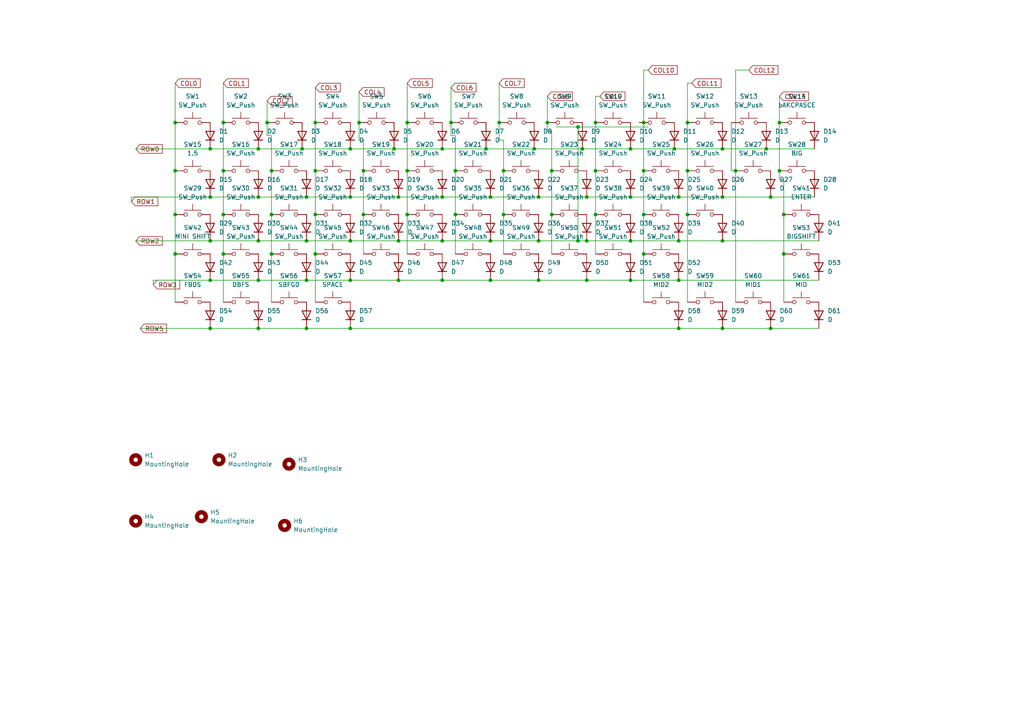
<source format=kicad_sch>
(kicad_sch (version 20250114) (generator "eeschema") (generator_version "9.0")
  (paper "A4")
  (lib_symbols
    (symbol "Device:D" (pin_numbers (hide yes)) (pin_names (offset 1.016) (hide yes))
      (property "Reference" "D" (at 0 2.54 0))
      (property "Value" "D" (at 0 -2.54 0))
      (symbol "D_1_1"
        (pin passive line (at -3.81 0 0) (length 2.54) (name "K") (number "1"))
        (pin passive line (at 3.81 0 180) (length 2.54) (name "A") (number "2"))
      )
    )
    (symbol "MCU_Module:RaspberryPi_Pico" (pin_names (offset 0.762))
      (property "Reference" "A" (at -19.05 35.56 0))
      (property "Value" "RaspberryPi_Pico" (at 7.62 35.56 0))
      (symbol "RaspberryPi_Pico_1_1"
        (pin passive line (at -22.86 22.86 0) (length 3.81) (name "RUN") (number "30"))
        (pin passive line (at -22.86 20.32 0) (length 3.81) (name "3V3_EN") (number "37"))
        (pin bidirectional line (at -22.86 15.24 0) (length 3.81) (name "GPIO0") (number "1"))
        (pin bidirectional line (at -22.86 12.7 0) (length 3.81) (name "GPIO1") (number "2"))
        (pin bidirectional line (at -22.86 10.16 0) (length 3.81) (name "GPIO2") (number "4"))
        (pin bidirectional line (at -22.86 7.62 0) (length 3.81) (name "GPIO3") (number "5"))
        (pin bidirectional line (at -22.86 5.08 0) (length 3.81) (name "GPIO4") (number "6"))
        (pin bidirectional line (at -22.86 2.54 0) (length 3.81) (name "GPIO5") (number "7"))
        (pin bidirectional line (at -22.86 0 0) (length 3.81) (name "GPIO6") (number "9"))
        (pin bidirectional line (at -22.86 -2.54 0) (length 3.81) (name "GPIO7") (number "10"))
        (pin bidirectional line (at -22.86 -5.08 0) (length 3.81) (name "GPIO8") (number "11"))
        (pin bidirectional line (at -22.86 -7.62 0) (length 3.81) (name "GPIO9") (number "12"))
        (pin bidirectional line (at -22.86 -10.16 0) (length 3.81) (name "GPIO10") (number "14"))
        (pin bidirectional line (at -22.86 -12.7 0) (length 3.81) (name "GPIO11") (number "15"))
        (pin bidirectional line (at -22.86 -15.24 0) (length 3.81) (name "GPIO12") (number "16"))
        (pin bidirectional line (at -22.86 -17.78 0) (length 3.81) (name "GPIO13") (number "17"))
        (pin bidirectional line (at -22.86 -20.32 0) (length 3.81) (name "GPIO14") (number "19"))
        (pin bidirectional line (at -22.86 -22.86 0) (length 3.81) (name "GPIO15") (number "20"))
        (pin power_in line (at -5.08 38.1 270) (length 3.81) (name "VSYS") (number "39"))
        (pin power_out line (at 0 38.1 270) (length 3.81) (name "VBUS") (number "40"))
        (pin passive line (at 0 -35.56 90) (length 3.81) (hide yes) (name "GND") (number "13"))
        (pin passive line (at 0 -35.56 90) (length 3.81) (hide yes) (name "GND") (number "18"))
        (pin passive line (at 0 -35.56 90) (length 3.81) (hide yes) (name "GND") (number "23"))
        (pin passive line (at 0 -35.56 90) (length 3.81) (hide yes) (name "GND") (number "28"))
        (pin power_out line (at 0 -35.56 90) (length 3.81) (name "GND") (number "3"))
        (pin passive line (at 0 -35.56 90) (length 3.81) (hide yes) (name "GND") (number "38"))
        (pin passive line (at 0 -35.56 90) (length 3.81) (hide yes) (name "GND") (number "8"))
        (pin power_out line (at 5.08 38.1 270) (length 3.81) (name "3V3") (number "36"))
        (pin bidirectional line (at 22.86 12.7 180) (length 3.81) (name "GPIO16") (number "21"))
        (pin bidirectional line (at 22.86 10.16 180) (length 3.81) (name "GPIO17") (number "22"))
        (pin bidirectional line (at 22.86 7.62 180) (length 3.81) (name "GPIO18") (number "24"))
        (pin bidirectional line (at 22.86 5.08 180) (length 3.81) (name "GPIO19") (number "25"))
        (pin bidirectional line (at 22.86 2.54 180) (length 3.81) (name "GPIO20") (number "26"))
        (pin bidirectional line (at 22.86 0 180) (length 3.81) (name "GPIO21") (number "27"))
        (pin bidirectional line (at 22.86 -2.54 180) (length 3.81) (name "GPIO22") (number "29"))
        (pin power_in line (at 22.86 -7.62 180) (length 3.81) (name "ADC_VREF") (number "35"))
        (pin bidirectional line (at 22.86 -12.7 180) (length 3.81) (name "GPIO26_ADC0") (number "31"))
        (pin bidirectional line (at 22.86 -15.24 180) (length 3.81) (name "GPIO27_ADC1") (number "32"))
        (pin bidirectional line (at 22.86 -17.78 180) (length 3.81) (name "GPIO28_ADC2") (number "34"))
        (pin power_out line (at 22.86 -22.86 180) (length 3.81) (name "AGND") (number "33"))
      )
    )
    (symbol "Mechanical:MountingHole" (pin_names (offset 1.016)) (in_bom no)
      (property "Reference" "H" (at 0 5.08 0))
      (property "Value" "MountingHole" (at 0 3.175 0))
    )
    (symbol "Switch:SW_Push" (pin_numbers (hide yes)) (pin_names (offset 1.016) (hide yes))
      (property "Reference" "SW" (at 1.27 2.54 0))
      (property "Value" "SW_Push" (at 0 -1.524 0))
      (symbol "SW_Push_0_1"
        (pin passive line (at -5.08 0 0) (length 2.54) (name "1") (number "1"))
        (pin passive line (at 5.08 0 180) (length 2.54) (name "2") (number "2"))
      )
    )
  )
  (junction (at 186.69 73.66))
  (junction (at 132.08 62.23))
  (junction (at 182.88 69.85))
  (junction (at 88.9 69.85))
  (junction (at 91.44 73.66))
  (junction (at 104.14 35.56))
  (junction (at 128.27 57.15))
  (junction (at 172.72 62.23))
  (junction (at 118.11 62.23))
  (junction (at 78.74 73.66))
  (junction (at 88.9 81.28))
  (junction (at 78.74 49.53))
  (junction (at 60.96 57.15))
  (junction (at 199.39 49.53))
  (junction (at 226.06 35.56))
  (junction (at 167.64 36.83))
  (junction (at 182.88 81.28))
  (junction (at 78.74 62.23))
  (junction (at 114.3 43.18))
  (junction (at 182.88 57.15))
  (junction (at 50.8 73.66))
  (junction (at 115.57 81.28))
  (junction (at 209.55 69.85))
  (junction (at 87.63 43.18))
  (junction (at 128.27 69.85))
  (junction (at 209.55 95.25))
  (junction (at 60.96 43.18))
  (junction (at 167.64 69.85))
  (junction (at 50.8 62.23))
  (junction (at 182.88 43.18))
  (junction (at 101.6 81.28))
  (junction (at 186.69 35.56))
  (junction (at 222.25 43.18))
  (junction (at 156.21 81.28))
  (junction (at 74.93 69.85))
  (junction (at 105.41 62.23))
  (junction (at 186.69 49.53))
  (junction (at 209.55 43.18))
  (junction (at 144.78 35.56))
  (junction (at 50.8 49.53))
  (junction (at 64.77 49.53))
  (junction (at 172.72 49.53))
  (junction (at 199.39 62.23))
  (junction (at 101.6 69.85))
  (junction (at 160.02 62.23))
  (junction (at 64.77 73.66))
  (junction (at 128.27 81.28))
  (junction (at 74.93 43.18))
  (junction (at 146.05 49.53))
  (junction (at 170.18 81.28))
  (junction (at 223.52 95.25))
  (junction (at 91.44 49.53))
  (junction (at 168.91 43.18))
  (junction (at 154.94 43.18))
  (junction (at 140.97 43.18))
  (junction (at 60.96 69.85))
  (junction (at 142.24 57.15))
  (junction (at 91.44 35.56))
  (junction (at 118.11 35.56))
  (junction (at 130.81 35.56))
  (junction (at 158.75 35.56))
  (junction (at 74.93 81.28))
  (junction (at 196.85 95.25))
  (junction (at 91.44 62.23))
  (junction (at 160.02 49.53))
  (junction (at 101.6 95.25))
  (junction (at 74.93 57.15))
  (junction (at 50.8 35.56))
  (junction (at 64.77 35.56))
  (junction (at 170.18 69.85))
  (junction (at 196.85 81.28))
  (junction (at 88.9 95.25))
  (junction (at 226.06 49.53))
  (junction (at 115.57 57.15))
  (junction (at 223.52 57.15))
  (junction (at 142.24 69.85))
  (junction (at 156.21 69.85))
  (junction (at 199.39 35.56))
  (junction (at 115.57 69.85))
  (junction (at 209.55 57.15))
  (junction (at 170.18 57.15))
  (junction (at 196.85 57.15))
  (junction (at 101.6 43.18))
  (junction (at 142.24 81.28))
  (junction (at 60.96 81.28))
  (junction (at 77.47 35.56))
  (junction (at 88.9 57.15))
  (junction (at 74.93 95.25))
  (junction (at 227.33 73.66))
  (junction (at 156.21 57.15))
  (junction (at 128.27 43.18))
  (junction (at 186.69 62.23))
  (junction (at 118.11 49.53))
  (junction (at 64.77 62.23))
  (junction (at 213.36 49.53))
  (junction (at 132.08 49.53))
  (junction (at 101.6 57.15))
  (junction (at 146.05 62.23))
  (junction (at 196.85 69.85))
  (junction (at 60.96 95.25))
  (junction (at 195.58 43.18))
  (junction (at 105.41 49.53))
  (junction (at 227.33 62.23))
  (junction (at 172.72 35.56))
  (wire (pts (xy 168.91 43.18) (xy 182.88 43.18)))
  (wire (pts (xy 115.57 81.28) (xy 101.6 81.28)))
  (wire (pts (xy 172.72 27.94) (xy 173.99 27.94)))
  (wire (pts (xy 140.97 43.18) (xy 154.94 43.18)))
  (wire (pts (xy 213.36 87.63) (xy 213.36 49.53)))
  (wire (pts (xy 222.25 43.18) (xy 236.22 43.18)))
  (wire (pts (xy 118.11 62.23) (xy 118.11 73.66)))
  (wire (pts (xy 60.96 43.18) (xy 74.93 43.18)))
  (wire (pts (xy 78.74 62.23) (xy 78.74 73.66)))
  (wire (pts (xy 227.33 87.63) (xy 227.33 73.66)))
  (wire (pts (xy 50.8 62.23) (xy 50.8 73.66)))
  (wire (pts (xy 146.05 62.23) (xy 146.05 49.53)))
  (wire (pts (xy 74.93 43.18) (xy 87.63 43.18)))
  (wire (pts (xy 156.21 81.28) (xy 142.24 81.28)))
  (wire (pts (xy 182.88 57.15) (xy 196.85 57.15)))
  (wire (pts (xy 118.11 24.13) (xy 118.11 35.56)))
  (wire (pts (xy 186.69 49.53) (xy 186.69 35.56)))
  (wire (pts (xy 209.55 57.15) (xy 223.52 57.15)))
  (wire (pts (xy 167.64 69.85) (xy 170.18 69.85)))
  (wire (pts (xy 74.93 69.85) (xy 88.9 69.85)))
  (wire (pts (xy 213.36 20.32) (xy 217.17 20.32)))
  (wire (pts (xy 101.6 81.28) (xy 88.9 81.28)))
  (wire (pts (xy 167.64 36.83) (xy 167.64 69.85)))
  (wire (pts (xy 142.24 57.15) (xy 156.21 57.15)))
  (wire (pts (xy 186.69 87.63) (xy 186.69 73.66)))
  (wire (pts (xy 128.27 57.15) (xy 142.24 57.15)))
  (wire (pts (xy 77.47 29.21) (xy 77.47 35.56)))
  (wire (pts (xy 88.9 57.15) (xy 101.6 57.15)))
  (wire (pts (xy 77.47 35.56) (xy 77.47 39.37)))
  (wire (pts (xy 223.52 95.25) (xy 237.49 95.25)))
  (wire (pts (xy 50.8 49.53) (xy 50.8 62.23)))
  (wire (pts (xy 172.72 62.23) (xy 172.72 49.53)))
  (wire (pts (xy 88.9 81.28) (xy 74.93 81.28)))
  (wire (pts (xy 105.41 40.64) (xy 104.14 40.64)))
  (wire (pts (xy 158.75 27.94) (xy 158.75 35.56)))
  (wire (pts (xy 101.6 43.18) (xy 114.3 43.18)))
  (wire (pts (xy 199.39 49.53) (xy 199.39 35.56)))
  (wire (pts (xy 144.78 24.13) (xy 144.78 35.56)))
  (wire (pts (xy 91.44 73.66) (xy 91.44 87.63)))
  (wire (pts (xy 213.36 20.32) (xy 213.36 49.53)))
  (wire (pts (xy 78.74 49.53) (xy 78.74 62.23)))
  (wire (pts (xy 227.33 73.66) (xy 227.33 62.23)))
  (wire (pts (xy 172.72 73.66) (xy 172.72 62.23)))
  (wire (pts (xy 199.39 62.23) (xy 199.39 49.53)))
  (wire (pts (xy 88.9 95.25) (xy 101.6 95.25)))
  (wire (pts (xy 64.77 24.13) (xy 64.77 35.56)))
  (wire (pts (xy 182.88 81.28) (xy 170.18 81.28)))
  (wire (pts (xy 196.85 57.15) (xy 209.55 57.15)))
  (wire (pts (xy 154.94 43.18) (xy 168.91 43.18)))
  (wire (pts (xy 199.39 87.63) (xy 199.39 62.23)))
  (wire (pts (xy 101.6 57.15) (xy 115.57 57.15)))
  (wire (pts (xy 144.78 35.56) (xy 144.78 40.64)))
  (wire (pts (xy 227.33 62.23) (xy 227.33 52.07)))
  (wire (pts (xy 186.69 20.32) (xy 187.96 20.32)))
  (wire (pts (xy 50.8 35.56) (xy 50.8 49.53)))
  (wire (pts (xy 226.06 27.94) (xy 226.06 35.56)))
  (wire (pts (xy 64.77 62.23) (xy 64.77 73.66)))
  (wire (pts (xy 132.08 62.23) (xy 132.08 49.53)))
  (wire (pts (xy 186.69 35.56) (xy 186.69 20.32)))
  (wire (pts (xy 132.08 49.53) (xy 132.08 39.37)))
  (wire (pts (xy 170.18 57.15) (xy 182.88 57.15)))
  (wire (pts (xy 74.93 95.25) (xy 88.9 95.25)))
  (wire (pts (xy 38.1 57.15) (xy 38.1 58.42)))
  (wire (pts (xy 104.14 35.56) (xy 104.14 40.64)))
  (wire (pts (xy 172.72 35.56) (xy 172.72 27.94)))
  (wire (pts (xy 130.81 35.56) (xy 130.81 39.37)))
  (wire (pts (xy 39.37 69.85) (xy 60.96 69.85)))
  (wire (pts (xy 142.24 81.28) (xy 128.27 81.28)))
  (wire (pts (xy 115.57 69.85) (xy 128.27 69.85)))
  (wire (pts (xy 172.72 49.53) (xy 172.72 35.56)))
  (wire (pts (xy 185.42 35.56) (xy 186.69 35.56)))
  (wire (pts (xy 199.39 24.13) (xy 200.66 24.13)))
  (wire (pts (xy 160.02 38.1) (xy 158.75 38.1)))
  (wire (pts (xy 64.77 73.66) (xy 64.77 87.63)))
  (wire (pts (xy 160.02 62.23) (xy 160.02 49.53)))
  (wire (pts (xy 158.75 35.56) (xy 158.75 38.1)))
  (wire (pts (xy 50.8 24.13) (xy 50.8 35.56)))
  (wire (pts (xy 186.69 62.23) (xy 186.69 49.53)))
  (wire (pts (xy 91.44 25.4) (xy 91.44 35.56)))
  (wire (pts (xy 212.09 49.53) (xy 213.36 49.53)))
  (wire (pts (xy 170.18 69.85) (xy 182.88 69.85)))
  (wire (pts (xy 101.6 95.25) (xy 196.85 95.25)))
  (wire (pts (xy 91.44 35.56) (xy 91.44 49.53)))
  (wire (pts (xy 91.44 49.53) (xy 91.44 62.23)))
  (wire (pts (xy 60.96 95.25) (xy 74.93 95.25)))
  (wire (pts (xy 199.39 35.56) (xy 199.39 24.13)))
  (wire (pts (xy 104.14 26.67) (xy 104.14 35.56)))
  (wire (pts (xy 64.77 49.53) (xy 64.77 62.23)))
  (wire (pts (xy 160.02 73.66) (xy 160.02 62.23)))
  (wire (pts (xy 161.29 36.83) (xy 167.64 36.83)))
  (wire (pts (xy 212.09 35.56) (xy 212.09 49.53)))
  (wire (pts (xy 209.55 95.25) (xy 223.52 95.25)))
  (wire (pts (xy 74.93 57.15) (xy 88.9 57.15)))
  (wire (pts (xy 128.27 69.85) (xy 142.24 69.85)))
  (wire (pts (xy 196.85 69.85) (xy 209.55 69.85)))
  (wire (pts (xy 105.41 73.66) (xy 105.41 62.23)))
  (wire (pts (xy 227.33 52.07) (xy 226.06 52.07)))
  (wire (pts (xy 167.64 36.83) (xy 187.96 36.83)))
  (wire (pts (xy 142.24 69.85) (xy 156.21 69.85)))
  (wire (pts (xy 209.55 69.85) (xy 237.49 69.85)))
  (wire (pts (xy 88.9 69.85) (xy 101.6 69.85)))
  (wire (pts (xy 226.06 52.07) (xy 226.06 49.53)))
  (wire (pts (xy 101.6 69.85) (xy 115.57 69.85)))
  (wire (pts (xy 223.52 57.15) (xy 236.22 57.15)))
  (wire (pts (xy 87.63 43.18) (xy 101.6 43.18)))
  (wire (pts (xy 186.69 73.66) (xy 186.69 62.23)))
  (wire (pts (xy 60.96 57.15) (xy 74.93 57.15)))
  (wire (pts (xy 50.8 73.66) (xy 50.8 87.63)))
  (wire (pts (xy 39.37 43.18) (xy 60.96 43.18)))
  (wire (pts (xy 132.08 73.66) (xy 132.08 62.23)))
  (wire (pts (xy 196.85 95.25) (xy 209.55 95.25)))
  (wire (pts (xy 237.49 81.28) (xy 196.85 81.28)))
  (wire (pts (xy 146.05 49.53) (xy 146.05 40.64)))
  (wire (pts (xy 38.1 57.15) (xy 60.96 57.15)))
  (wire (pts (xy 130.81 25.4) (xy 130.81 35.56)))
  (wire (pts (xy 115.57 57.15) (xy 128.27 57.15)))
  (wire (pts (xy 160.02 49.53) (xy 160.02 38.1)))
  (wire (pts (xy 118.11 49.53) (xy 118.11 62.23)))
  (wire (pts (xy 60.96 81.28) (xy 44.45 81.28)))
  (wire (pts (xy 196.85 81.28) (xy 182.88 81.28)))
  (wire (pts (xy 170.18 81.28) (xy 156.21 81.28)))
  (wire (pts (xy 146.05 73.66) (xy 146.05 62.23)))
  (wire (pts (xy 156.21 57.15) (xy 170.18 57.15)))
  (wire (pts (xy 64.77 35.56) (xy 64.77 49.53)))
  (wire (pts (xy 182.88 69.85) (xy 196.85 69.85)))
  (wire (pts (xy 78.74 39.37) (xy 77.47 39.37)))
  (wire (pts (xy 226.06 35.56) (xy 226.06 49.53)))
  (wire (pts (xy 118.11 35.56) (xy 118.11 49.53)))
  (wire (pts (xy 156.21 69.85) (xy 167.64 69.85)))
  (wire (pts (xy 105.41 62.23) (xy 105.41 49.53)))
  (wire (pts (xy 78.74 39.37) (xy 78.74 49.53)))
  (wire (pts (xy 128.27 43.18) (xy 140.97 43.18)))
  (wire (pts (xy 146.05 40.64) (xy 144.78 40.64)))
  (wire (pts (xy 40.64 95.25) (xy 60.96 95.25)))
  (wire (pts (xy 60.96 69.85) (xy 74.93 69.85)))
  (wire (pts (xy 195.58 43.18) (xy 209.55 43.18)))
  (wire (pts (xy 74.93 81.28) (xy 60.96 81.28)))
  (wire (pts (xy 44.45 81.28) (xy 44.45 82.55)))
  (wire (pts (xy 78.74 73.66) (xy 78.74 87.63)))
  (wire (pts (xy 91.44 62.23) (xy 91.44 73.66)))
  (wire (pts (xy 209.55 43.18) (xy 222.25 43.18)))
  (wire (pts (xy 128.27 81.28) (xy 115.57 81.28)))
  (wire (pts (xy 132.08 39.37) (xy 130.81 39.37)))
  (wire (pts (xy 105.41 49.53) (xy 105.41 40.64)))
  (wire (pts (xy 182.88 43.18) (xy 195.58 43.18)))
  (wire (pts (xy 114.3 43.18) (xy 128.27 43.18)))
  (global_label "COL7" (shape input) (at 144.78 24.13 0) (property "Intersheetrefs" "${INTERSHEET_REFS}" (effects (hide yes))))
  (global_label "COL6" (shape input) (at 130.81 25.4 0) (property "Intersheetrefs" "${INTERSHEET_REFS}" (effects (hide yes))))
  (global_label "COL3" (shape input) (at -107.95 66.04 0) (property "Intersheetrefs" "${INTERSHEET_REFS}" (effects (hide yes))))
  (global_label "COL13" (shape input) (at -107.95 91.44 0) (property "Intersheetrefs" "${INTERSHEET_REFS}" (effects (hide yes))))
  (global_label "ROW2" (shape input) (at 39.37 69.85 0) (property "Intersheetrefs" "${INTERSHEET_REFS}" (effects (hide yes))))
  (global_label "COL8" (shape input) (at 158.75 27.94 0) (property "Intersheetrefs" "${INTERSHEET_REFS}" (effects (hide yes))))
  (global_label "ROW5" (shape input) (at -62.23 68.58 0) (property "Intersheetrefs" "${INTERSHEET_REFS}" (effects (hide yes))))
  (global_label "ROW1" (shape input) (at -107.95 96.52 0) (property "Intersheetrefs" "${INTERSHEET_REFS}" (effects (hide yes))))
  (global_label "ROW0" (shape input) (at -107.95 93.98 0) (property "Intersheetrefs" "${INTERSHEET_REFS}" (effects (hide yes))))
  (global_label "COL12" (shape input) (at -107.95 88.9 0) (property "Intersheetrefs" "${INTERSHEET_REFS}" (effects (hide yes))))
  (global_label "COL1" (shape input) (at -107.95 60.96 0) (property "Intersheetrefs" "${INTERSHEET_REFS}" (effects (hide yes))))
  (global_label "ROW5" (shape input) (at 40.64 95.25 0) (property "Intersheetrefs" "${INTERSHEET_REFS}" (effects (hide yes))))
  (global_label "COL6" (shape input) (at -107.95 73.66 0) (property "Intersheetrefs" "${INTERSHEET_REFS}" (effects (hide yes))))
  (global_label "COL11" (shape input) (at 200.66 24.13 0) (property "Intersheetrefs" "${INTERSHEET_REFS}" (effects (hide yes))))
  (global_label "COL10" (shape input) (at 187.96 20.32 0) (property "Intersheetrefs" "${INTERSHEET_REFS}" (effects (hide yes))))
  (global_label "ROW2" (shape input) (at -62.23 60.96 0) (property "Intersheetrefs" "${INTERSHEET_REFS}" (effects (hide yes))))
  (global_label "COL3" (shape input) (at 91.44 25.4 0) (property "Intersheetrefs" "${INTERSHEET_REFS}" (effects (hide yes))))
  (global_label "COL5" (shape input) (at -107.95 71.12 0) (property "Intersheetrefs" "${INTERSHEET_REFS}" (effects (hide yes))))
  (global_label "COL8" (shape input) (at -107.95 78.74 0) (property "Intersheetrefs" "${INTERSHEET_REFS}" (effects (hide yes))))
  (global_label "COL12" (shape input) (at 217.17 20.32 0) (property "Intersheetrefs" "${INTERSHEET_REFS}" (effects (hide yes))))
  (global_label "ROW0" (shape input) (at 39.37 43.18 0) (property "Intersheetrefs" "${INTERSHEET_REFS}" (effects (hide yes))))
  (global_label "COL9" (shape input) (at 173.99 27.94 0) (property "Intersheetrefs" "${INTERSHEET_REFS}" (effects (hide yes))))
  (global_label "COL13" (shape input) (at 226.06 27.94 0) (property "Intersheetrefs" "${INTERSHEET_REFS}" (effects (hide yes))))
  (global_label "COL4" (shape input) (at -107.95 68.58 0) (property "Intersheetrefs" "${INTERSHEET_REFS}" (effects (hide yes))))
  (global_label "COL10" (shape input) (at -107.95 83.82 0) (property "Intersheetrefs" "${INTERSHEET_REFS}" (effects (hide yes))))
  (global_label "ROW3" (shape input) (at 44.45 82.55 0) (property "Intersheetrefs" "${INTERSHEET_REFS}" (effects (hide yes))))
  (global_label "COL2" (shape input) (at -107.95 63.5 0) (property "Intersheetrefs" "${INTERSHEET_REFS}" (effects (hide yes))))
  (global_label "COL1" (shape input) (at 64.77 24.13 0) (property "Intersheetrefs" "${INTERSHEET_REFS}" (effects (hide yes))))
  (global_label "ROW3" (shape input) (at -62.23 63.5 0) (property "Intersheetrefs" "${INTERSHEET_REFS}" (effects (hide yes))))
  (global_label "COL11" (shape input) (at -107.95 86.36 0) (property "Intersheetrefs" "${INTERSHEET_REFS}" (effects (hide yes))))
  (global_label "COL5" (shape input) (at 118.11 24.13 0) (property "Intersheetrefs" "${INTERSHEET_REFS}" (effects (hide yes))))
  (global_label "COL0" (shape input) (at 50.8 24.13 0) (property "Intersheetrefs" "${INTERSHEET_REFS}" (effects (hide yes))))
  (global_label "COL2" (shape input) (at 77.47 29.21 0) (property "Intersheetrefs" "${INTERSHEET_REFS}" (effects (hide yes))))
  (global_label "COL4" (shape input) (at 104.14 26.67 0) (property "Intersheetrefs" "${INTERSHEET_REFS}" (effects (hide yes))))
  (global_label "COL0" (shape input) (at -107.95 58.42 0) (property "Intersheetrefs" "${INTERSHEET_REFS}" (effects (hide yes))))
  (global_label "ROW1" (shape input) (at 38.1 58.42 0) (property "Intersheetrefs" "${INTERSHEET_REFS}" (effects (hide yes))))
  (global_label "COL7" (shape input) (at -107.95 76.2 0) (property "Intersheetrefs" "${INTERSHEET_REFS}" (effects (hide yes))))
  (global_label "ROW4" (shape input) (at -62.23 66.04 0) (property "Intersheetrefs" "${INTERSHEET_REFS}" (effects (hide yes))))
  (global_label "COL9" (shape input) (at -107.95 81.28 0) (property "Intersheetrefs" "${INTERSHEET_REFS}" (effects (hide yes))))
  (symbol (lib_id "Switch:SW_Push") (at 218.44 87.63 0) (unit 1)
    (property "Reference" "SW60" (at 218.44 80.01 0))
    (property "Value" "MID1" (at 218.44 82.55 0))
    (property "Footprint" "Button_Switch_Keyboard:SW_Cherry_MX_1.25u_PCB" (effects (hide yes)))
    (property "Description" "Push button switch, generic, two pins" (effects (hide yes)))
  )
  (symbol (lib_id "Device:D") (at 128.27 77.47 90) (unit 1)
    (property "Reference" "D47" (at 130.81 76.1999 90) (effects (justify right)))
    (property "Value" "D" (at 130.81 78.7399 90) (effects (justify right)))
    (property "Footprint" "Diode_SMD:D_SOD-123" (effects (hide yes)))
    (property "Description" "Diode" (effects (hide yes)))
    (property "Sim.Device" "D" (effects (hide yes)))
    (property "Sim.Pins" "1=K 2=A" (effects (hide yes)))
  )
  (symbol (lib_id "Switch:SW_Push") (at 135.89 35.56 0) (unit 1)
    (property "Reference" "SW7" (at 135.89 27.94 0))
    (property "Value" "SW_Push" (at 135.89 30.48 0))
    (property "Footprint" "Button_Switch_Keyboard:SW_Cherry_MX_1.00u_PCB" (effects (hide yes)))
    (property "Description" "Push button switch, generic, two pins" (effects (hide yes)))
  )
  (symbol (lib_id "Device:D") (at 74.93 91.44 90) (unit 1)
    (property "Reference" "D55" (at 77.47 90.1699 90) (effects (justify right)))
    (property "Value" "D" (at 77.47 92.7099 90) (effects (justify right)))
    (property "Footprint" "Diode_SMD:D_SOD-123" (effects (hide yes)))
    (property "Description" "Diode" (effects (hide yes)))
    (property "Sim.Device" "D" (effects (hide yes)))
    (property "Sim.Pins" "1=K 2=A" (effects (hide yes)))
  )
  (symbol (lib_id "Mechanical:MountingHole") (at 39.37 151.13 0) (unit 1) (in_bom no)
    (property "Reference" "H4" (at 41.91 149.8599 0) (effects (justify left)))
    (property "Value" "MountingHole" (at 41.91 152.3999 0) (effects (justify left)))
    (property "Footprint" "MountingHole:MountingHole_3.2mm_M3" (effects (hide yes)))
    (property "Description" "Mounting Hole without connection" (effects (hide yes)))
  )
  (symbol (lib_id "MCU_Module:RaspberryPi_Pico") (at -85.09 73.66 0) (unit 1)
    (property "Reference" "A1" (at -82.9467 107.95 0) (effects (justify left)))
    (property "Value" "RaspberryPi_Pico" (at -82.9467 110.49 0) (effects (justify left)))
    (property "Footprint" "Module:RaspberryPi_Pico_Common_Unspecified" (effects (hide yes)))
    (property "Datasheet" "https://datasheets.raspberrypi.com/pico/pico-datasheet.pdf" (effects (hide yes)))
    (property "Description" "Versatile and inexpensive microcontroller module powered by RP2040 dual-core Arm Cortex-M0+ processor up to 133 MHz, 264kB SRAM, 2MB QSPI flash; also supports Raspberry Pi Pico 2" (effects (hide yes)))
  )
  (symbol (lib_id "Switch:SW_Push") (at 123.19 62.23 0) (unit 1)
    (property "Reference" "SW34" (at 123.19 54.61 0))
    (property "Value" "SW_Push" (at 123.19 57.15 0))
    (property "Footprint" "Button_Switch_Keyboard:SW_Cherry_MX_1.00u_PCB" (effects (hide yes)))
    (property "Description" "Push button switch, generic, two pins" (effects (hide yes)))
  )
  (symbol (lib_id "Device:D") (at 101.6 91.44 90) (unit 1)
    (property "Reference" "D57" (at 104.14 90.1699 90) (effects (justify right)))
    (property "Value" "D" (at 104.14 92.7099 90) (effects (justify right)))
    (property "Footprint" "Diode_SMD:D_SOD-123" (effects (hide yes)))
    (property "Description" "Diode" (effects (hide yes)))
    (property "Sim.Device" "D" (effects (hide yes)))
    (property "Sim.Pins" "1=K 2=A" (effects (hide yes)))
  )
  (symbol (lib_id "Switch:SW_Push") (at 69.85 73.66 0) (unit 1)
    (property "Reference" "SW43" (at 69.85 66.04 0))
    (property "Value" "SW_Push" (at 69.85 68.58 0))
    (property "Footprint" "Button_Switch_Keyboard:SW_Cherry_MX_1.00u_PCB" (effects (hide yes)))
    (property "Description" "Push button switch, generic, two pins" (effects (hide yes)))
  )
  (symbol (lib_id "Switch:SW_Push") (at 69.85 62.23 0) (unit 1)
    (property "Reference" "SW30" (at 69.85 54.61 0))
    (property "Value" "SW_Push" (at 69.85 57.15 0))
    (property "Footprint" "Button_Switch_Keyboard:SW_Cherry_MX_1.00u_PCB" (effects (hide yes)))
    (property "Description" "Push button switch, generic, two pins" (effects (hide yes)))
  )
  (symbol (lib_id "Switch:SW_Push") (at 232.41 87.63 0) (unit 1)
    (property "Reference" "SW61" (at 232.41 80.01 0))
    (property "Value" "MID" (at 232.41 82.55 0))
    (property "Footprint" "Button_Switch_Keyboard:SW_Cherry_MX_1.25u_PCB" (effects (hide yes)))
    (property "Description" "Push button switch, generic, two pins" (effects (hide yes)))
  )
  (symbol (lib_id "Device:D") (at 114.3 39.37 90) (unit 1)
    (property "Reference" "D5" (at 116.84 38.0999 90) (effects (justify right)))
    (property "Value" "D" (at 116.84 40.6399 90) (effects (justify right)))
    (property "Footprint" "Diode_SMD:D_SOD-123" (effects (hide yes)))
    (property "Description" "Diode" (effects (hide yes)))
    (property "Sim.Device" "D" (effects (hide yes)))
    (property "Sim.Pins" "1=K 2=A" (effects (hide yes)))
  )
  (symbol (lib_id "Device:D") (at 182.88 77.47 90) (unit 1)
    (property "Reference" "D51" (at 185.42 76.1999 90) (effects (justify right)))
    (property "Value" "D" (at 185.42 78.7399 90) (effects (justify right)))
    (property "Footprint" "Diode_SMD:D_SOD-123" (effects (hide yes)))
    (property "Description" "Diode" (effects (hide yes)))
    (property "Sim.Device" "D" (effects (hide yes)))
    (property "Sim.Pins" "1=K 2=A" (effects (hide yes)))
  )
  (symbol (lib_id "Switch:SW_Push") (at 83.82 49.53 0) (unit 1)
    (property "Reference" "SW17" (at 83.82 41.91 0))
    (property "Value" "SW_Push" (at 83.82 44.45 0))
    (property "Footprint" "Button_Switch_Keyboard:SW_Cherry_MX_1.00u_PCB" (effects (hide yes)))
    (property "Description" "Push button switch, generic, two pins" (effects (hide yes)))
  )
  (symbol (lib_id "Switch:SW_Push") (at 177.8 49.53 0) (unit 1)
    (property "Reference" "SW24" (at 177.8 41.91 0))
    (property "Value" "SW_Push" (at 177.8 44.45 0))
    (property "Footprint" "Button_Switch_Keyboard:SW_Cherry_MX_1.00u_PCB" (effects (hide yes)))
    (property "Description" "Push button switch, generic, two pins" (effects (hide yes)))
  )
  (symbol (lib_id "Mechanical:MountingHole") (at 58.42 149.86 0) (unit 1) (in_bom no)
    (property "Reference" "H5" (at 60.96 148.5899 0) (effects (justify left)))
    (property "Value" "MountingHole" (at 60.96 151.1299 0) (effects (justify left)))
    (property "Footprint" "MountingHole:MountingHole_3.2mm_M3" (effects (hide yes)))
    (property "Description" "Mounting Hole without connection" (effects (hide yes)))
  )
  (symbol (lib_id "Device:D") (at 182.88 39.37 90) (unit 1)
    (property "Reference" "D10" (at 185.42 38.0999 90) (effects (justify right)))
    (property "Value" "D" (at 185.42 40.6399 90) (effects (justify right)))
    (property "Footprint" "Diode_SMD:D_SOD-123" (effects (hide yes)))
    (property "Description" "Diode" (effects (hide yes)))
    (property "Sim.Device" "D" (effects (hide yes)))
    (property "Sim.Pins" "1=K 2=A" (effects (hide yes)))
  )
  (symbol (lib_id "Switch:SW_Push") (at 83.82 73.66 0) (unit 1)
    (property "Reference" "SW44" (at 83.82 66.04 0))
    (property "Value" "SW_Push" (at 83.82 68.58 0))
    (property "Footprint" "Button_Switch_Keyboard:SW_Cherry_MX_1.00u_PCB" (effects (hide yes)))
    (property "Description" "Push button switch, generic, two pins" (effects (hide yes)))
  )
  (symbol (lib_id "Device:D") (at 196.85 91.44 90) (unit 1)
    (property "Reference" "D58" (at 199.39 90.1699 90) (effects (justify right)))
    (property "Value" "D" (at 199.39 92.7099 90) (effects (justify right)))
    (property "Footprint" "Diode_SMD:D_SOD-123" (effects (hide yes)))
    (property "Description" "Diode" (effects (hide yes)))
    (property "Sim.Device" "D" (effects (hide yes)))
    (property "Sim.Pins" "1=K 2=A" (effects (hide yes)))
  )
  (symbol (lib_id "Device:D") (at 128.27 53.34 90) (unit 1)
    (property "Reference" "D20" (at 130.81 52.0699 90) (effects (justify right)))
    (property "Value" "D" (at 130.81 54.6099 90) (effects (justify right)))
    (property "Footprint" "Diode_SMD:D_SOD-123" (effects (hide yes)))
    (property "Description" "Diode" (effects (hide yes)))
    (property "Sim.Device" "D" (effects (hide yes)))
    (property "Sim.Pins" "1=K 2=A" (effects (hide yes)))
  )
  (symbol (lib_id "Switch:SW_Push") (at 204.47 62.23 0) (unit 1)
    (property "Reference" "SW40" (at 204.47 54.61 0))
    (property "Value" "SW_Push" (at 204.47 57.15 0))
    (property "Footprint" "Button_Switch_Keyboard:SW_Cherry_MX_1.00u_PCB" (effects (hide yes)))
    (property "Description" "Push button switch, generic, two pins" (effects (hide yes)))
  )
  (symbol (lib_id "Switch:SW_Push") (at 163.83 35.56 0) (unit 1)
    (property "Reference" "SW9" (at 163.83 27.94 0))
    (property "Value" "SW_Push" (at 163.83 30.48 0))
    (property "Footprint" "Button_Switch_Keyboard:SW_Cherry_MX_1.00u_PCB" (effects (hide yes)))
    (property "Description" "Push button switch, generic, two pins" (effects (hide yes)))
  )
  (symbol (lib_id "Switch:SW_Push") (at 231.14 35.56 0) (unit 1)
    (property "Reference" "SW14" (at 231.14 27.94 0))
    (property "Value" "bAKCPASCE" (at 231.14 30.48 0))
    (property "Footprint" "Button_Switch_Keyboard:SW_Cherry_MX_2.00u_PCB" (effects (hide yes)))
    (property "Description" "Push button switch, generic, two pins" (effects (hide yes)))
  )
  (symbol (lib_id "Switch:SW_Push") (at 151.13 49.53 0) (unit 1)
    (property "Reference" "SW22" (at 151.13 41.91 0))
    (property "Value" "SW_Push" (at 151.13 44.45 0))
    (property "Footprint" "Button_Switch_Keyboard:SW_Cherry_MX_1.00u_PCB" (effects (hide yes)))
    (property "Description" "Push button switch, generic, two pins" (effects (hide yes)))
  )
  (symbol (lib_id "Device:D") (at 154.94 39.37 90) (unit 1)
    (property "Reference" "D8" (at 157.48 38.0999 90) (effects (justify right)))
    (property "Value" "D" (at 157.48 40.6399 90) (effects (justify right)))
    (property "Footprint" "Diode_SMD:D_SOD-123" (effects (hide yes)))
    (property "Description" "Diode" (effects (hide yes)))
    (property "Sim.Device" "D" (effects (hide yes)))
    (property "Sim.Pins" "1=K 2=A" (effects (hide yes)))
  )
  (symbol (lib_id "Switch:SW_Push") (at 82.55 35.56 0) (unit 1)
    (property "Reference" "SW3" (at 82.55 27.94 0))
    (property "Value" "SW_Push" (at 82.55 30.48 0))
    (property "Footprint" "Button_Switch_Keyboard:SW_Cherry_MX_1.00u_PCB" (effects (hide yes)))
    (property "Description" "Push button switch, generic, two pins" (effects (hide yes)))
  )
  (symbol (lib_id "Device:D") (at 74.93 66.04 90) (unit 1)
    (property "Reference" "D30" (at 77.47 64.7699 90) (effects (justify right)))
    (property "Value" "D" (at 77.47 67.3099 90) (effects (justify right)))
    (property "Footprint" "Diode_SMD:D_SOD-123" (effects (hide yes)))
    (property "Description" "Diode" (effects (hide yes)))
    (property "Sim.Device" "D" (effects (hide yes)))
    (property "Sim.Pins" "1=K 2=A" (effects (hide yes)))
  )
  (symbol (lib_id "Switch:SW_Push") (at 83.82 62.23 0) (unit 1)
    (property "Reference" "SW31" (at 83.82 54.61 0))
    (property "Value" "SW_Push" (at 83.82 57.15 0))
    (property "Footprint" "Button_Switch_Keyboard:SW_Cherry_MX_1.00u_PCB" (effects (hide yes)))
    (property "Description" "Push button switch, generic, two pins" (effects (hide yes)))
  )
  (symbol (lib_id "Switch:SW_Push") (at 96.52 73.66 0) (unit 1)
    (property "Reference" "SW45" (at 96.52 66.04 0))
    (property "Value" "SW_Push" (at 96.52 68.58 0))
    (property "Footprint" "Button_Switch_Keyboard:SW_Cherry_MX_1.00u_PCB" (effects (hide yes)))
    (property "Description" "Push button switch, generic, two pins" (effects (hide yes)))
  )
  (symbol (lib_id "Device:D") (at 142.24 66.04 90) (unit 1)
    (property "Reference" "D35" (at 144.78 64.7699 90) (effects (justify right)))
    (property "Value" "D" (at 144.78 67.3099 90) (effects (justify right)))
    (property "Footprint" "Diode_SMD:D_SOD-123" (effects (hide yes)))
    (property "Description" "Diode" (effects (hide yes)))
    (property "Sim.Device" "D" (effects (hide yes)))
    (property "Sim.Pins" "1=K 2=A" (effects (hide yes)))
  )
  (symbol (lib_id "Device:D") (at 101.6 39.37 90) (unit 1)
    (property "Reference" "D4" (at 104.14 38.0999 90) (effects (justify right)))
    (property "Value" "D" (at 104.14 40.6399 90) (effects (justify right)))
    (property "Footprint" "Diode_SMD:D_SOD-123" (effects (hide yes)))
    (property "Description" "Diode" (effects (hide yes)))
    (property "Sim.Device" "D" (effects (hide yes)))
    (property "Sim.Pins" "1=K 2=A" (effects (hide yes)))
  )
  (symbol (lib_id "Device:D") (at 209.55 91.44 90) (unit 1)
    (property "Reference" "D59" (at 212.09 90.1699 90) (effects (justify right)))
    (property "Value" "D" (at 212.09 92.7099 90) (effects (justify right)))
    (property "Footprint" "Diode_SMD:D_SOD-123" (effects (hide yes)))
    (property "Description" "Diode" (effects (hide yes)))
    (property "Sim.Device" "D" (effects (hide yes)))
    (property "Sim.Pins" "1=K 2=A" (effects (hide yes)))
  )
  (symbol (lib_id "Mechanical:MountingHole") (at 82.55 152.4 0) (unit 1) (in_bom no)
    (property "Reference" "H6" (at 85.09 151.1299 0) (effects (justify left)))
    (property "Value" "MountingHole" (at 85.09 153.6699 0) (effects (justify left)))
    (property "Footprint" "MountingHole:MountingHole_3.2mm_M3" (effects (hide yes)))
    (property "Description" "Mounting Hole without connection" (effects (hide yes)))
  )
  (symbol (lib_id "Device:D") (at 60.96 91.44 90) (unit 1)
    (property "Reference" "D54" (at 63.5 90.1699 90) (effects (justify right)))
    (property "Value" "D" (at 63.5 92.7099 90) (effects (justify right)))
    (property "Footprint" "Diode_SMD:D_SOD-123" (effects (hide yes)))
    (property "Description" "Diode" (effects (hide yes)))
    (property "Sim.Device" "D" (effects (hide yes)))
    (property "Sim.Pins" "1=K 2=A" (effects (hide yes)))
  )
  (symbol (lib_id "Switch:SW_Push") (at 232.41 73.66 0) (unit 1)
    (property "Reference" "SW53" (at 232.41 66.04 0))
    (property "Value" "BIGSHIFT" (at 232.41 68.58 0))
    (property "Footprint" "Button_Switch_Keyboard:SW_Cherry_MX_2.75u_PCB" (effects (hide yes)))
    (property "Description" "Push button switch, generic, two pins" (effects (hide yes)))
  )
  (symbol (lib_id "Device:D") (at 115.57 77.47 90) (unit 1)
    (property "Reference" "D46" (at 118.11 76.1999 90) (effects (justify right)))
    (property "Value" "D" (at 118.11 78.7399 90) (effects (justify right)))
    (property "Footprint" "Diode_SMD:D_SOD-123" (effects (hide yes)))
    (property "Description" "Diode" (effects (hide yes)))
    (property "Sim.Device" "D" (effects (hide yes)))
    (property "Sim.Pins" "1=K 2=A" (effects (hide yes)))
  )
  (symbol (lib_id "Device:D") (at 88.9 91.44 90) (unit 1)
    (property "Reference" "D56" (at 91.44 90.1699 90) (effects (justify right)))
    (property "Value" "D" (at 91.44 92.7099 90) (effects (justify right)))
    (property "Footprint" "Diode_SMD:D_SOD-123" (effects (hide yes)))
    (property "Description" "Diode" (effects (hide yes)))
    (property "Sim.Device" "D" (effects (hide yes)))
    (property "Sim.Pins" "1=K 2=A" (effects (hide yes)))
  )
  (symbol (lib_id "Device:D") (at 74.93 77.47 90) (unit 1)
    (property "Reference" "D43" (at 77.47 76.1999 90) (effects (justify right)))
    (property "Value" "D" (at 77.47 78.7399 90) (effects (justify right)))
    (property "Footprint" "Diode_SMD:D_SOD-123" (effects (hide yes)))
    (property "Description" "Diode" (effects (hide yes)))
    (property "Sim.Device" "D" (effects (hide yes)))
    (property "Sim.Pins" "1=K 2=A" (effects (hide yes)))
  )
  (symbol (lib_id "Switch:SW_Push") (at 151.13 73.66 0) (unit 1)
    (property "Reference" "SW49" (at 151.13 66.04 0))
    (property "Value" "SW_Push" (at 151.13 68.58 0))
    (property "Footprint" "Button_Switch_Keyboard:SW_Cherry_MX_1.00u_PCB" (effects (hide yes)))
    (property "Description" "Push button switch, generic, two pins" (effects (hide yes)))
  )
  (symbol (lib_id "Device:D") (at 101.6 53.34 90) (unit 1)
    (property "Reference" "D18" (at 104.14 52.0699 90) (effects (justify right)))
    (property "Value" "D" (at 104.14 54.6099 90) (effects (justify right)))
    (property "Footprint" "Diode_SMD:D_SOD-123" (effects (hide yes)))
    (property "Description" "Diode" (effects (hide yes)))
    (property "Sim.Device" "D" (effects (hide yes)))
    (property "Sim.Pins" "1=K 2=A" (effects (hide yes)))
  )
  (symbol (lib_id "Switch:SW_Push") (at 177.8 62.23 0) (unit 1)
    (property "Reference" "SW38" (at 177.8 54.61 0))
    (property "Value" "SW_Push" (at 177.8 57.15 0))
    (property "Footprint" "Button_Switch_Keyboard:SW_Cherry_MX_1.00u_PCB" (effects (hide yes)))
    (property "Description" "Push button switch, generic, two pins" (effects (hide yes)))
  )
  (symbol (lib_id "Device:D") (at 223.52 91.44 90) (unit 1)
    (property "Reference" "D60" (at 226.06 90.1699 90) (effects (justify right)))
    (property "Value" "D" (at 226.06 92.7099 90) (effects (justify right)))
    (property "Footprint" "Diode_SMD:D_SOD-123" (effects (hide yes)))
    (property "Description" "Diode" (effects (hide yes)))
    (property "Sim.Device" "D" (effects (hide yes)))
    (property "Sim.Pins" "1=K 2=A" (effects (hide yes)))
  )
  (symbol (lib_id "Switch:SW_Push") (at 204.47 87.63 0) (unit 1)
    (property "Reference" "SW59" (at 204.47 80.01 0))
    (property "Value" "MID2" (at 204.47 82.55 0))
    (property "Footprint" "Button_Switch_Keyboard:SW_Cherry_MX_1.25u_PCB" (effects (hide yes)))
    (property "Description" "Push button switch, generic, two pins" (effects (hide yes)))
  )
  (symbol (lib_id "Device:D") (at 101.6 66.04 90) (unit 1)
    (property "Reference" "D32" (at 104.14 64.7699 90) (effects (justify right)))
    (property "Value" "D" (at 104.14 67.3099 90) (effects (justify right)))
    (property "Footprint" "Diode_SMD:D_SOD-123" (effects (hide yes)))
    (property "Description" "Diode" (effects (hide yes)))
    (property "Sim.Device" "D" (effects (hide yes)))
    (property "Sim.Pins" "1=K 2=A" (effects (hide yes)))
  )
  (symbol (lib_id "Device:D") (at 142.24 53.34 90) (unit 1)
    (property "Reference" "D21" (at 144.78 52.0699 90) (effects (justify right)))
    (property "Value" "D" (at 144.78 54.6099 90) (effects (justify right)))
    (property "Footprint" "Diode_SMD:D_SOD-123" (effects (hide yes)))
    (property "Description" "Diode" (effects (hide yes)))
    (property "Sim.Device" "D" (effects (hide yes)))
    (property "Sim.Pins" "1=K 2=A" (effects (hide yes)))
  )
  (symbol (lib_id "Switch:SW_Push") (at 149.86 35.56 0) (unit 1)
    (property "Reference" "SW8" (at 149.86 27.94 0))
    (property "Value" "SW_Push" (at 149.86 30.48 0))
    (property "Footprint" "Button_Switch_Keyboard:SW_Cherry_MX_1.00u_PCB" (effects (hide yes)))
    (property "Description" "Push button switch, generic, two pins" (effects (hide yes)))
  )
  (symbol (lib_id "Switch:SW_Push") (at 165.1 62.23 0) (unit 1)
    (property "Reference" "SW37" (at 165.1 54.61 0))
    (property "Value" "SW_Push" (at 165.1 57.15 0))
    (property "Footprint" "Button_Switch_Keyboard:SW_Cherry_MX_1.00u_PCB" (effects (hide yes)))
    (property "Description" "Push button switch, generic, two pins" (effects (hide yes)))
  )
  (symbol (lib_id "Device:D") (at 196.85 77.47 90) (unit 1)
    (property "Reference" "D52" (at 199.39 76.1999 90) (effects (justify right)))
    (property "Value" "D" (at 199.39 78.7399 90) (effects (justify right)))
    (property "Footprint" "Diode_SMD:D_SOD-123" (effects (hide yes)))
    (property "Description" "Diode" (effects (hide yes)))
    (property "Sim.Device" "D" (effects (hide yes)))
    (property "Sim.Pins" "1=K 2=A" (effects (hide yes)))
  )
  (symbol (lib_id "Switch:SW_Push") (at 137.16 73.66 0) (unit 1)
    (property "Reference" "SW48" (at 137.16 66.04 0))
    (property "Value" "SW_Push" (at 137.16 68.58 0))
    (property "Footprint" "Button_Switch_Keyboard:SW_Cherry_MX_1.00u_PCB" (effects (hide yes)))
    (property "Description" "Push button switch, generic, two pins" (effects (hide yes)))
  )
  (symbol (lib_id "Device:D") (at 236.22 53.34 90) (unit 1)
    (property "Reference" "D28" (at 238.76 52.0699 90) (effects (justify right)))
    (property "Value" "D" (at 238.76 54.6099 90) (effects (justify right)))
    (property "Footprint" "Diode_SMD:D_SOD-123" (effects (hide yes)))
    (property "Description" "Diode" (effects (hide yes)))
    (property "Sim.Device" "D" (effects (hide yes)))
    (property "Sim.Pins" "1=K 2=A" (effects (hide yes)))
  )
  (symbol (lib_id "Switch:SW_Push") (at 123.19 73.66 0) (unit 1)
    (property "Reference" "SW47" (at 123.19 66.04 0))
    (property "Value" "SW_Push" (at 123.19 68.58 0))
    (property "Footprint" "Button_Switch_Keyboard:SW_Cherry_MX_1.00u_PCB" (effects (hide yes)))
    (property "Description" "Push button switch, generic, two pins" (effects (hide yes)))
  )
  (symbol (lib_id "Device:D") (at 88.9 77.47 90) (unit 1)
    (property "Reference" "D44" (at 91.44 76.1999 90) (effects (justify right)))
    (property "Value" "D" (at 91.44 78.7399 90) (effects (justify right)))
    (property "Footprint" "Diode_SMD:D_SOD-123" (effects (hide yes)))
    (property "Description" "Diode" (effects (hide yes)))
    (property "Sim.Device" "D" (effects (hide yes)))
    (property "Sim.Pins" "1=K 2=A" (effects (hide yes)))
  )
  (symbol (lib_id "Device:D") (at 115.57 53.34 90) (unit 1)
    (property "Reference" "D19" (at 118.11 52.0699 90) (effects (justify right)))
    (property "Value" "D" (at 118.11 54.6099 90) (effects (justify right)))
    (property "Footprint" "Diode_SMD:D_SOD-123" (effects (hide yes)))
    (property "Description" "Diode" (effects (hide yes)))
    (property "Sim.Device" "D" (effects (hide yes)))
    (property "Sim.Pins" "1=K 2=A" (effects (hide yes)))
  )
  (symbol (lib_id "Device:D") (at 128.27 66.04 90) (unit 1)
    (property "Reference" "D34" (at 130.81 64.7699 90) (effects (justify right)))
    (property "Value" "D" (at 130.81 67.3099 90) (effects (justify right)))
    (property "Footprint" "Diode_SMD:D_SOD-123" (effects (hide yes)))
    (property "Description" "Diode" (effects (hide yes)))
    (property "Sim.Device" "D" (effects (hide yes)))
    (property "Sim.Pins" "1=K 2=A" (effects (hide yes)))
  )
  (symbol (lib_id "Device:D") (at 223.52 53.34 90) (unit 1)
    (property "Reference" "D27" (at 226.06 52.0699 90) (effects (justify right)))
    (property "Value" "D" (at 226.06 54.6099 90) (effects (justify right)))
    (property "Footprint" "Diode_SMD:D_SOD-123" (effects (hide yes)))
    (property "Description" "Diode" (effects (hide yes)))
    (property "Sim.Device" "D" (effects (hide yes)))
    (property "Sim.Pins" "1=K 2=A" (effects (hide yes)))
  )
  (symbol (lib_id "Switch:SW_Push") (at 55.88 35.56 0) (unit 1)
    (property "Reference" "SW1" (at 55.88 27.94 0))
    (property "Value" "SW_Push" (at 55.88 30.48 0))
    (property "Footprint" "Button_Switch_Keyboard:SW_Cherry_MX_1.00u_PCB" (effects (hide yes)))
    (property "Description" "Push button switch, generic, two pins" (effects (hide yes)))
  )
  (symbol (lib_id "Switch:SW_Push") (at 55.88 73.66 0) (unit 1)
    (property "Reference" "SW42" (at 55.88 66.04 0))
    (property "Value" "MINI SHIFT" (at 55.88 68.58 0))
    (property "Footprint" "Button_Switch_Keyboard:SW_Cherry_MX_2.25u_PCB" (effects (hide yes)))
    (property "Description" "Push button switch, generic, two pins" (effects (hide yes)))
  )
  (symbol (lib_id "Switch:SW_Push") (at 123.19 49.53 0) (unit 1)
    (property "Reference" "SW20" (at 123.19 41.91 0))
    (property "Value" "SW_Push" (at 123.19 44.45 0))
    (property "Footprint" "Button_Switch_Keyboard:SW_Cherry_MX_1.00u_PCB" (effects (hide yes)))
    (property "Description" "Push button switch, generic, two pins" (effects (hide yes)))
  )
  (symbol (lib_id "Switch:SW_Push") (at 110.49 62.23 0) (unit 1)
    (property "Reference" "SW33" (at 110.49 54.61 0))
    (property "Value" "SW_Push" (at 110.49 57.15 0))
    (property "Footprint" "Button_Switch_Keyboard:SW_Cherry_MX_1.00u_PCB" (effects (hide yes)))
    (property "Description" "Push button switch, generic, two pins" (effects (hide yes)))
  )
  (symbol (lib_id "Device:D") (at 237.49 91.44 90) (unit 1)
    (property "Reference" "D61" (at 240.03 90.1699 90) (effects (justify right)))
    (property "Value" "D" (at 240.03 92.7099 90) (effects (justify right)))
    (property "Footprint" "Diode_SMD:D_SOD-123" (effects (hide yes)))
    (property "Description" "Diode" (effects (hide yes)))
    (property "Sim.Device" "D" (effects (hide yes)))
    (property "Sim.Pins" "1=K 2=A" (effects (hide yes)))
  )
  (symbol (lib_id "Device:D") (at 182.88 53.34 90) (unit 1)
    (property "Reference" "D24" (at 185.42 52.0699 90) (effects (justify right)))
    (property "Value" "D" (at 185.42 54.6099 90) (effects (justify right)))
    (property "Footprint" "Diode_SMD:D_SOD-123" (effects (hide yes)))
    (property "Description" "Diode" (effects (hide yes)))
    (property "Sim.Device" "D" (effects (hide yes)))
    (property "Sim.Pins" "1=K 2=A" (effects (hide yes)))
  )
  (symbol (lib_id "Switch:SW_Push") (at 204.47 35.56 0) (unit 1)
    (property "Reference" "SW12" (at 204.47 27.94 0))
    (property "Value" "SW_Push" (at 204.47 30.48 0))
    (property "Footprint" "Button_Switch_Keyboard:SW_Cherry_MX_1.00u_PCB" (effects (hide yes)))
    (property "Description" "Push button switch, generic, two pins" (effects (hide yes)))
  )
  (symbol (lib_id "Device:D") (at 209.55 66.04 90) (unit 1)
    (property "Reference" "D40" (at 212.09 64.7699 90) (effects (justify right)))
    (property "Value" "D" (at 212.09 67.3099 90) (effects (justify right)))
    (property "Footprint" "Diode_SMD:D_SOD-123" (effects (hide yes)))
    (property "Description" "Diode" (effects (hide yes)))
    (property "Sim.Device" "D" (effects (hide yes)))
    (property "Sim.Pins" "1=K 2=A" (effects (hide yes)))
  )
  (symbol (lib_id "Switch:SW_Push") (at 110.49 49.53 0) (unit 1)
    (property "Reference" "SW19" (at 110.49 41.91 0))
    (property "Value" "SW_Push" (at 110.49 44.45 0))
    (property "Footprint" "Button_Switch_Keyboard:SW_Cherry_MX_1.00u_PCB" (effects (hide yes)))
    (property "Description" "Push button switch, generic, two pins" (effects (hide yes)))
  )
  (symbol (lib_id "Mechanical:MountingHole") (at 83.82 134.62 0) (unit 1) (in_bom no)
    (property "Reference" "H3" (at 86.36 133.3499 0) (effects (justify left)))
    (property "Value" "MountingHole" (at 86.36 135.8899 0) (effects (justify left)))
    (property "Footprint" "MountingHole:MountingHole_3.2mm_M3" (effects (hide yes)))
    (property "Description" "Mounting Hole without connection" (effects (hide yes)))
  )
  (symbol (lib_id "Switch:SW_Push") (at 218.44 49.53 0) (unit 1)
    (property "Reference" "SW27" (at 218.44 41.91 0))
    (property "Value" "SW_Push" (at 218.44 44.45 0))
    (property "Footprint" "Button_Switch_Keyboard:SW_Cherry_MX_1.00u_PCB" (effects (hide yes)))
    (property "Description" "Push button switch, generic, two pins" (effects (hide yes)))
  )
  (symbol (lib_id "Switch:SW_Push") (at 123.19 35.56 0) (unit 1)
    (property "Reference" "SW6" (at 123.19 27.94 0))
    (property "Value" "SW_Push" (at 123.19 30.48 0))
    (property "Footprint" "Button_Switch_Keyboard:SW_Cherry_MX_1.00u_PCB" (effects (hide yes)))
    (property "Description" "Push button switch, generic, two pins" (effects (hide yes)))
  )
  (symbol (lib_id "Device:D") (at 237.49 77.47 90) (unit 1)
    (property "Reference" "D53" (at 240.03 76.1999 90) (effects (justify right)))
    (property "Value" "D" (at 240.03 78.7399 90) (effects (justify right)))
    (property "Footprint" "Diode_SMD:D_SOD-123" (effects (hide yes)))
    (property "Description" "Diode" (effects (hide yes)))
    (property "Sim.Device" "D" (effects (hide yes)))
    (property "Sim.Pins" "1=K 2=A" (effects (hide yes)))
  )
  (symbol (lib_id "Device:D") (at 196.85 66.04 90) (unit 1)
    (property "Reference" "D39" (at 199.39 64.7699 90) (effects (justify right)))
    (property "Value" "D" (at 199.39 67.3099 90) (effects (justify right)))
    (property "Footprint" "Diode_SMD:D_SOD-123" (effects (hide yes)))
    (property "Description" "Diode" (effects (hide yes)))
    (property "Sim.Device" "D" (effects (hide yes)))
    (property "Sim.Pins" "1=K 2=A" (effects (hide yes)))
  )
  (symbol (lib_id "Switch:SW_Push") (at 177.8 73.66 0) (unit 1)
    (property "Reference" "SW51" (at 177.8 66.04 0))
    (property "Value" "SW_Push" (at 177.8 68.58 0))
    (property "Footprint" "Button_Switch_Keyboard:SW_Cherry_MX_1.00u_PCB" (effects (hide yes)))
    (property "Description" "Push button switch, generic, two pins" (effects (hide yes)))
  )
  (symbol (lib_id "Switch:SW_Push") (at 69.85 49.53 0) (unit 1)
    (property "Reference" "SW16" (at 69.85 41.91 0))
    (property "Value" "SW_Push" (at 69.85 44.45 0))
    (property "Footprint" "Button_Switch_Keyboard:SW_Cherry_MX_1.00u_PCB" (effects (hide yes)))
    (property "Description" "Push button switch, generic, two pins" (effects (hide yes)))
  )
  (symbol (lib_id "Device:D") (at 170.18 77.47 90) (unit 1)
    (property "Reference" "D50" (at 172.72 76.1999 90) (effects (justify right)))
    (property "Value" "D" (at 172.72 78.7399 90) (effects (justify right)))
    (property "Footprint" "Diode_SMD:D_SOD-123" (effects (hide yes)))
    (property "Description" "Diode" (effects (hide yes)))
    (property "Sim.Device" "D" (effects (hide yes)))
    (property "Sim.Pins" "1=K 2=A" (effects (hide yes)))
  )
  (symbol (lib_id "Switch:SW_Push") (at 190.5 35.56 0) (unit 1)
    (property "Reference" "SW11" (at 190.5 27.94 0))
    (property "Value" "SW_Push" (at 190.5 30.48 0))
    (property "Footprint" "Button_Switch_Keyboard:SW_Cherry_MX_1.00u_PCB" (effects (hide yes)))
    (property "Description" "Push button switch, generic, two pins" (effects (hide yes)))
  )
  (symbol (lib_id "Switch:SW_Push") (at 83.82 87.63 0) (unit 1)
    (property "Reference" "SW56" (at 83.82 80.01 0))
    (property "Value" "SBFGD" (at 83.82 82.55 0))
    (property "Footprint" "Button_Switch_Keyboard:SW_Cherry_MX_1.25u_PCB" (effects (hide yes)))
    (property "Description" "Push button switch, generic, two pins" (effects (hide yes)))
  )
  (symbol (lib_id "Device:D") (at 60.96 53.34 90) (unit 1)
    (property "Reference" "D15" (at 63.5 52.0699 90) (effects (justify right)))
    (property "Value" "D" (at 63.5 54.6099 90) (effects (justify right)))
    (property "Footprint" "Diode_SMD:D_SOD-123" (effects (hide yes)))
    (property "Description" "Diode" (effects (hide yes)))
    (property "Sim.Device" "D" (effects (hide yes)))
    (property "Sim.Pins" "1=K 2=A" (effects (hide yes)))
  )
  (symbol (lib_id "Mechanical:MountingHole") (at 63.5 133.35 0) (unit 1) (in_bom no)
    (property "Reference" "H2" (at 66.04 132.0799 0) (effects (justify left)))
    (property "Value" "MountingHole" (at 66.04 134.6199 0) (effects (justify left)))
    (property "Footprint" "MountingHole:MountingHole_3.2mm_M3" (effects (hide yes)))
    (property "Description" "Mounting Hole without connection" (effects (hide yes)))
  )
  (symbol (lib_id "Device:D") (at 195.58 39.37 90) (unit 1)
    (property "Reference" "D11" (at 198.12 38.0999 90) (effects (justify right)))
    (property "Value" "D" (at 198.12 40.6399 90) (effects (justify right)))
    (property "Footprint" "Diode_SMD:D_SOD-123" (effects (hide yes)))
    (property "Description" "Diode" (effects (hide yes)))
    (property "Sim.Device" "D" (effects (hide yes)))
    (property "Sim.Pins" "1=K 2=A" (effects (hide yes)))
  )
  (symbol (lib_id "Device:D") (at 237.49 66.04 90) (unit 1)
    (property "Reference" "D41" (at 240.03 64.7699 90) (effects (justify right)))
    (property "Value" "D" (at 240.03 67.3099 90) (effects (justify right)))
    (property "Footprint" "Diode_SMD:D_SOD-123" (effects (hide yes)))
    (property "Description" "Diode" (effects (hide yes)))
    (property "Sim.Device" "D" (effects (hide yes)))
    (property "Sim.Pins" "1=K 2=A" (effects (hide yes)))
  )
  (symbol (lib_id "Device:D") (at 115.57 66.04 90) (unit 1)
    (property "Reference" "D33" (at 118.11 64.7699 90) (effects (justify right)))
    (property "Value" "D" (at 118.11 67.3099 90) (effects (justify right)))
    (property "Footprint" "Diode_SMD:D_SOD-123" (effects (hide yes)))
    (property "Description" "Diode" (effects (hide yes)))
    (property "Sim.Device" "D" (effects (hide yes)))
    (property "Sim.Pins" "1=K 2=A" (effects (hide yes)))
  )
  (symbol (lib_id "Device:D") (at 88.9 66.04 90) (unit 1)
    (property "Reference" "D31" (at 91.44 64.7699 90) (effects (justify right)))
    (property "Value" "D" (at 91.44 67.3099 90) (effects (justify right)))
    (property "Footprint" "Diode_SMD:D_SOD-123" (effects (hide yes)))
    (property "Description" "Diode" (effects (hide yes)))
    (property "Sim.Device" "D" (effects (hide yes)))
    (property "Sim.Pins" "1=K 2=A" (effects (hide yes)))
  )
  (symbol (lib_id "Switch:SW_Push") (at 232.41 62.23 0) (unit 1)
    (property "Reference" "SW41" (at 232.41 54.61 0))
    (property "Value" "ENTER" (at 232.41 57.15 0))
    (property "Footprint" "Button_Switch_Keyboard:SW_Cherry_MX_2.25u_PCB" (effects (hide yes)))
    (property "Description" "Push button switch, generic, two pins" (effects (hide yes)))
  )
  (symbol (lib_id "Switch:SW_Push") (at 96.52 87.63 0) (unit 1)
    (property "Reference" "SW57" (at 96.52 80.01 0))
    (property "Value" "SPACE" (at 96.52 82.55 0))
    (property "Footprint" "Button_Switch_Keyboard:SW_Cherry_MX_6.25u_PCB" (effects (hide yes)))
    (property "Description" "Push button switch, generic, two pins" (effects (hide yes)))
  )
  (symbol (lib_id "Switch:SW_Push") (at 165.1 73.66 0) (unit 1)
    (property "Reference" "SW50" (at 165.1 66.04 0))
    (property "Value" "SW_Push" (at 165.1 68.58 0))
    (property "Footprint" "Button_Switch_Keyboard:SW_Cherry_MX_1.00u_PCB" (effects (hide yes)))
    (property "Description" "Push button switch, generic, two pins" (effects (hide yes)))
  )
  (symbol (lib_id "Device:D") (at 170.18 66.04 90) (unit 1)
    (property "Reference" "D37" (at 172.72 64.7699 90) (effects (justify right)))
    (property "Value" "D" (at 172.72 67.3099 90) (effects (justify right)))
    (property "Footprint" "Diode_SMD:D_SOD-123" (effects (hide yes)))
    (property "Description" "Diode" (effects (hide yes)))
    (property "Sim.Device" "D" (effects (hide yes)))
    (property "Sim.Pins" "1=K 2=A" (effects (hide yes)))
  )
  (symbol (lib_id "Device:D") (at 156.21 77.47 90) (unit 1)
    (property "Reference" "D49" (at 158.75 76.1999 90) (effects (justify right)))
    (property "Value" "D" (at 158.75 78.7399 90) (effects (justify right)))
    (property "Footprint" "Diode_SMD:D_SOD-123" (effects (hide yes)))
    (property "Description" "Diode" (effects (hide yes)))
    (property "Sim.Device" "D" (effects (hide yes)))
    (property "Sim.Pins" "1=K 2=A" (effects (hide yes)))
  )
  (symbol (lib_id "Switch:SW_Push") (at 191.77 87.63 0) (unit 1)
    (property "Reference" "SW58" (at 191.77 80.01 0))
    (property "Value" "MID2" (at 191.77 82.55 0))
    (property "Footprint" "Button_Switch_Keyboard:SW_Cherry_MX_1.25u_PCB" (effects (hide yes)))
    (property "Description" "Push button switch, generic, two pins" (effects (hide yes)))
  )
  (symbol (lib_id "Device:D") (at 196.85 53.34 90) (unit 1)
    (property "Reference" "D25" (at 199.39 52.0699 90) (effects (justify right)))
    (property "Value" "D" (at 199.39 54.6099 90) (effects (justify right)))
    (property "Footprint" "Diode_SMD:D_SOD-123" (effects (hide yes)))
    (property "Description" "Diode" (effects (hide yes)))
    (property "Sim.Device" "D" (effects (hide yes)))
    (property "Sim.Pins" "1=K 2=A" (effects (hide yes)))
  )
  (symbol (lib_id "Device:D") (at 60.96 77.47 90) (unit 1)
    (property "Reference" "D42" (at 63.5 76.1999 90) (effects (justify right)))
    (property "Value" "D" (at 63.5 78.7399 90) (effects (justify right)))
    (property "Footprint" "Diode_SMD:D_SOD-123" (effects (hide yes)))
    (property "Description" "Diode" (effects (hide yes)))
    (property "Sim.Device" "D" (effects (hide yes)))
    (property "Sim.Pins" "1=K 2=A" (effects (hide yes)))
  )
  (symbol (lib_id "Switch:SW_Push") (at 55.88 49.53 0) (unit 1)
    (property "Reference" "SW15" (at 55.88 41.91 0))
    (property "Value" "1.5" (at 55.88 44.45 0))
    (property "Footprint" "Button_Switch_Keyboard:SW_Cherry_MX_1.00u_PCB" (effects (hide yes)))
    (property "Description" "Push button switch, generic, two pins" (effects (hide yes)))
  )
  (symbol (lib_id "Switch:SW_Push") (at 55.88 62.23 0) (unit 1)
    (property "Reference" "SW29" (at 55.88 54.61 0))
    (property "Value" "SW_Push" (at 55.88 57.15 0))
    (property "Footprint" "Button_Switch_Keyboard:SW_Cherry_MX_1.75u_PCB" (effects (hide yes)))
    (property "Description" "Push button switch, generic, two pins" (effects (hide yes)))
  )
  (symbol (lib_id "Device:D") (at 209.55 39.37 90) (unit 1)
    (property "Reference" "D12" (at 212.09 38.0999 90) (effects (justify right)))
    (property "Value" "D" (at 212.09 40.6399 90) (effects (justify right)))
    (property "Footprint" "Diode_SMD:D_SOD-123" (effects (hide yes)))
    (property "Description" "Diode" (effects (hide yes)))
    (property "Sim.Device" "D" (effects (hide yes)))
    (property "Sim.Pins" "1=K 2=A" (effects (hide yes)))
  )
  (symbol (lib_id "Device:D") (at 60.96 39.37 90) (unit 1)
    (property "Reference" "D1" (at 63.5 38.0999 90) (effects (justify right)))
    (property "Value" "D" (at 63.5 40.6399 90) (effects (justify right)))
    (property "Footprint" "Diode_SMD:D_SOD-123" (effects (hide yes)))
    (property "Description" "Diode" (effects (hide yes)))
    (property "Sim.Device" "D" (effects (hide yes)))
    (property "Sim.Pins" "1=K 2=A" (effects (hide yes)))
  )
  (symbol (lib_id "Device:D") (at 74.93 53.34 90) (unit 1)
    (property "Reference" "D16" (at 77.47 52.0699 90) (effects (justify right)))
    (property "Value" "D" (at 77.47 54.6099 90) (effects (justify right)))
    (property "Footprint" "Diode_SMD:D_SOD-123" (effects (hide yes)))
    (property "Description" "Diode" (effects (hide yes)))
    (property "Sim.Device" "D" (effects (hide yes)))
    (property "Sim.Pins" "1=K 2=A" (effects (hide yes)))
  )
  (symbol (lib_id "Device:D") (at 236.22 39.37 90) (unit 1)
    (property "Reference" "D14" (at 238.76 38.0999 90) (effects (justify right)))
    (property "Value" "D" (at 238.76 40.6399 90) (effects (justify right)))
    (property "Footprint" "Diode_SMD:D_SOD-123" (effects (hide yes)))
    (property "Description" "Diode" (effects (hide yes)))
    (property "Sim.Device" "D" (effects (hide yes)))
    (property "Sim.Pins" "1=K 2=A" (effects (hide yes)))
  )
  (symbol (lib_id "Switch:SW_Push") (at 55.88 87.63 0) (unit 1)
    (property "Reference" "SW54" (at 55.88 80.01 0))
    (property "Value" "FBDS" (at 55.88 82.55 0))
    (property "Footprint" "Button_Switch_Keyboard:SW_Cherry_MX_1.25u_PCB" (effects (hide yes)))
    (property "Description" "Push button switch, generic, two pins" (effects (hide yes)))
  )
  (symbol (lib_id "Device:D") (at 142.24 77.47 90) (unit 1)
    (property "Reference" "D48" (at 144.78 76.1999 90) (effects (justify right)))
    (property "Value" "D" (at 144.78 78.7399 90) (effects (justify right)))
    (property "Footprint" "Diode_SMD:D_SOD-123" (effects (hide yes)))
    (property "Description" "Diode" (effects (hide yes)))
    (property "Sim.Device" "D" (effects (hide yes)))
    (property "Sim.Pins" "1=K 2=A" (effects (hide yes)))
  )
  (symbol (lib_id "Switch:SW_Push") (at 191.77 49.53 0) (unit 1)
    (property "Reference" "SW25" (at 191.77 41.91 0))
    (property "Value" "SW_Push" (at 191.77 44.45 0))
    (property "Footprint" "Button_Switch_Keyboard:SW_Cherry_MX_1.00u_PCB" (effects (hide yes)))
    (property "Description" "Push button switch, generic, two pins" (effects (hide yes)))
  )
  (symbol (lib_id "Device:D") (at 170.18 53.34 90) (unit 1)
    (property "Reference" "D23" (at 172.72 52.0699 90) (effects (justify right)))
    (property "Value" "D" (at 172.72 54.6099 90) (effects (justify right)))
    (property "Footprint" "Diode_SMD:D_SOD-123" (effects (hide yes)))
    (property "Description" "Diode" (effects (hide yes)))
    (property "Sim.Device" "D" (effects (hide yes)))
    (property "Sim.Pins" "1=K 2=A" (effects (hide yes)))
  )
  (symbol (lib_id "Device:D") (at 87.63 39.37 90) (unit 1)
    (property "Reference" "D3" (at 90.17 38.0999 90) (effects (justify right)))
    (property "Value" "D" (at 90.17 40.6399 90) (effects (justify right)))
    (property "Footprint" "Diode_SMD:D_SOD-123" (effects (hide yes)))
    (property "Description" "Diode" (effects (hide yes)))
    (property "Sim.Device" "D" (effects (hide yes)))
    (property "Sim.Pins" "1=K 2=A" (effects (hide yes)))
  )
  (symbol (lib_id "Switch:SW_Push") (at 165.1 49.53 0) (unit 1)
    (property "Reference" "SW23" (at 165.1 41.91 0))
    (property "Value" "SW_Push" (at 165.1 44.45 0))
    (property "Footprint" "Button_Switch_Keyboard:SW_Cherry_MX_1.00u_PCB" (effects (hide yes)))
    (property "Description" "Push button switch, generic, two pins" (effects (hide yes)))
  )
  (symbol (lib_id "Switch:SW_Push") (at 109.22 35.56 0) (unit 1)
    (property "Reference" "SW5" (at 109.22 27.94 0))
    (property "Value" "SW_Push" (at 109.22 30.48 0))
    (property "Footprint" "Button_Switch_Keyboard:SW_Cherry_MX_1.00u_PCB" (effects (hide yes)))
    (property "Description" "Push button switch, generic, two pins" (effects (hide yes)))
  )
  (symbol (lib_id "Switch:SW_Push") (at 137.16 62.23 0) (unit 1)
    (property "Reference" "SW35" (at 137.16 54.61 0))
    (property "Value" "SW_Push" (at 137.16 57.15 0))
    (property "Footprint" "Button_Switch_Keyboard:SW_Cherry_MX_1.00u_PCB" (effects (hide yes)))
    (property "Description" "Push button switch, generic, two pins" (effects (hide yes)))
  )
  (symbol (lib_id "Device:D") (at 60.96 66.04 90) (unit 1)
    (property "Reference" "D29" (at 63.5 64.7699 90) (effects (justify right)))
    (property "Value" "D" (at 63.5 67.3099 90) (effects (justify right)))
    (property "Footprint" "Diode_SMD:D_SOD-123" (effects (hide yes)))
    (property "Description" "Diode" (effects (hide yes)))
    (property "Sim.Device" "D" (effects (hide yes)))
    (property "Sim.Pins" "1=K 2=A" (effects (hide yes)))
  )
  (symbol (lib_id "Device:D") (at 74.93 39.37 90) (unit 1)
    (property "Reference" "D2" (at 77.47 38.0999 90) (effects (justify right)))
    (property "Value" "D" (at 77.47 40.6399 90) (effects (justify right)))
    (property "Footprint" "Diode_SMD:D_SOD-123" (effects (hide yes)))
    (property "Description" "Diode" (effects (hide yes)))
    (property "Sim.Device" "D" (effects (hide yes)))
    (property "Sim.Pins" "1=K 2=A" (effects (hide yes)))
  )
  (symbol (lib_id "Device:D") (at 128.27 39.37 90) (unit 1)
    (property "Reference" "D6" (at 130.81 38.0999 90) (effects (justify right)))
    (property "Value" "D" (at 130.81 40.6399 90) (effects (justify right)))
    (property "Footprint" "Diode_SMD:D_SOD-123" (effects (hide yes)))
    (property "Description" "Diode" (effects (hide yes)))
    (property "Sim.Device" "D" (effects (hide yes)))
    (property "Sim.Pins" "1=K 2=A" (effects (hide yes)))
  )
  (symbol (lib_id "Mechanical:MountingHole") (at -33.02 -146.05 0) (unit 1) (in_bom no)
    (property "Reference" "H7" (at -30.48 -147.3201 0) (effects (justify left)))
    (property "Value" "MountingHole" (at -30.48 -144.7801 0) (effects (justify left)))
    (property "Footprint" "MountingHole:MountingHole_3.2mm_M3" (effects (hide yes)))
    (property "Description" "Mounting Hole without connection" (effects (hide yes)))
  )
  (symbol (lib_id "Switch:SW_Push") (at 96.52 62.23 0) (unit 1)
    (property "Reference" "SW32" (at 96.52 54.61 0))
    (property "Value" "SW_Push" (at 96.52 57.15 0))
    (property "Footprint" "Button_Switch_Keyboard:SW_Cherry_MX_1.00u_PCB" (effects (hide yes)))
    (property "Description" "Push button switch, generic, two pins" (effects (hide yes)))
  )
  (symbol (lib_id "Device:D") (at 182.88 66.04 90) (unit 1)
    (property "Reference" "D38" (at 185.42 64.7699 90) (effects (justify right)))
    (property "Value" "D" (at 185.42 67.3099 90) (effects (justify right)))
    (property "Footprint" "Diode_SMD:D_SOD-123" (effects (hide yes)))
    (property "Description" "Diode" (effects (hide yes)))
    (property "Sim.Device" "D" (effects (hide yes)))
    (property "Sim.Pins" "1=K 2=A" (effects (hide yes)))
  )
  (symbol (lib_id "Switch:SW_Push") (at 191.77 62.23 0) (unit 1)
    (property "Reference" "SW39" (at 191.77 54.61 0))
    (property "Value" "SW_Push" (at 191.77 57.15 0))
    (property "Footprint" "Button_Switch_Keyboard:SW_Cherry_MX_1.00u_PCB" (effects (hide yes)))
    (property "Description" "Push button switch, generic, two pins" (effects (hide yes)))
  )
  (symbol (lib_id "Mechanical:MountingHole") (at 39.37 133.35 0) (unit 1) (in_bom no)
    (property "Reference" "H1" (at 41.91 132.0799 0) (effects (justify left)))
    (property "Value" "MountingHole" (at 41.91 134.6199 0) (effects (justify left)))
    (property "Footprint" "MountingHole:MountingHole_3.2mm_M3" (effects (hide yes)))
    (property "Description" "Mounting Hole without connection" (effects (hide yes)))
  )
  (symbol (lib_id "Switch:SW_Push") (at 204.47 49.53 0) (unit 1)
    (property "Reference" "SW26" (at 204.47 41.91 0))
    (property "Value" "SW_Push" (at 204.47 44.45 0))
    (property "Footprint" "Button_Switch_Keyboard:SW_Cherry_MX_1.00u_PCB" (effects (hide yes)))
    (property "Description" "Push button switch, generic, two pins" (effects (hide yes)))
  )
  (symbol (lib_id "Device:D") (at 168.91 39.37 90) (unit 1)
    (property "Reference" "D9" (at 171.45 38.0999 90) (effects (justify right)))
    (property "Value" "D" (at 171.45 40.6399 90) (effects (justify right)))
    (property "Footprint" "Diode_SMD:D_SOD-123" (effects (hide yes)))
    (property "Description" "Diode" (effects (hide yes)))
    (property "Sim.Device" "D" (effects (hide yes)))
    (property "Sim.Pins" "1=K 2=A" (effects (hide yes)))
  )
  (symbol (lib_id "Device:D") (at 101.6 77.47 90) (unit 1)
    (property "Reference" "D45" (at 104.14 76.1999 90) (effects (justify right)))
    (property "Value" "D" (at 104.14 78.7399 90) (effects (justify right)))
    (property "Footprint" "Diode_SMD:D_SOD-123" (effects (hide yes)))
    (property "Description" "Diode" (effects (hide yes)))
    (property "Sim.Device" "D" (effects (hide yes)))
    (property "Sim.Pins" "1=K 2=A" (effects (hide yes)))
  )
  (symbol (lib_id "Switch:SW_Push") (at 231.14 49.53 0) (unit 1)
    (property "Reference" "SW28" (at 231.14 41.91 0))
    (property "Value" "BIG" (at 231.14 44.45 0))
    (property "Footprint" "Button_Switch_Keyboard:SW_Cherry_MX_1.50u_PCB" (effects (hide yes)))
    (property "Description" "Push button switch, generic, two pins" (effects (hide yes)))
  )
  (symbol (lib_id "Device:D") (at 88.9 53.34 90) (unit 1)
    (property "Reference" "D17" (at 91.44 52.0699 90) (effects (justify right)))
    (property "Value" "D" (at 91.44 54.6099 90) (effects (justify right)))
    (property "Footprint" "Diode_SMD:D_SOD-123" (effects (hide yes)))
    (property "Description" "Diode" (effects (hide yes)))
    (property "Sim.Device" "D" (effects (hide yes)))
    (property "Sim.Pins" "1=K 2=A" (effects (hide yes)))
  )
  (symbol (lib_id "Device:D") (at 209.55 53.34 90) (unit 1)
    (property "Reference" "D26" (at 212.09 52.0699 90) (effects (justify right)))
    (property "Value" "D" (at 212.09 54.6099 90) (effects (justify right)))
    (property "Footprint" "Diode_SMD:D_SOD-123" (effects (hide yes)))
    (property "Description" "Diode" (effects (hide yes)))
    (property "Sim.Device" "D" (effects (hide yes)))
    (property "Sim.Pins" "1=K 2=A" (effects (hide yes)))
  )
  (symbol (lib_id "Switch:SW_Push") (at 96.52 49.53 0) (unit 1)
    (property "Reference" "SW18" (at 96.52 41.91 0))
    (property "Value" "SW_Push" (at 96.52 44.45 0))
    (property "Footprint" "Button_Switch_Keyboard:SW_Cherry_MX_1.00u_PCB" (effects (hide yes)))
    (property "Description" "Push button switch, generic, two pins" (effects (hide yes)))
  )
  (symbol (lib_id "Switch:SW_Push") (at 96.52 35.56 0) (unit 1)
    (property "Reference" "SW4" (at 96.52 27.94 0))
    (property "Value" "SW_Push" (at 96.52 30.48 0))
    (property "Footprint" "Button_Switch_Keyboard:SW_Cherry_MX_1.00u_PCB" (effects (hide yes)))
    (property "Description" "Push button switch, generic, two pins" (effects (hide yes)))
  )
  (symbol (lib_id "Switch:SW_Push") (at 191.77 73.66 0) (unit 1)
    (property "Reference" "SW52" (at 191.77 66.04 0))
    (property "Value" "SW_Push" (at 191.77 68.58 0))
    (property "Footprint" "Button_Switch_Keyboard:SW_Cherry_MX_1.00u_PCB" (effects (hide yes)))
    (property "Description" "Push button switch, generic, two pins" (effects (hide yes)))
  )
  (symbol (lib_id "Switch:SW_Push") (at 177.8 35.56 0) (unit 1)
    (property "Reference" "SW10" (at 177.8 27.94 0))
    (property "Value" "SW_Push" (at 177.8 30.48 0))
    (property "Footprint" "Button_Switch_Keyboard:SW_Cherry_MX_1.00u_PCB" (effects (hide yes)))
    (property "Description" "Push button switch, generic, two pins" (effects (hide yes)))
  )
  (symbol (lib_id "Switch:SW_Push") (at 137.16 49.53 0) (unit 1)
    (property "Reference" "SW21" (at 137.16 41.91 0))
    (property "Value" "SW_Push" (at 137.16 44.45 0))
    (property "Footprint" "Button_Switch_Keyboard:SW_Cherry_MX_1.00u_PCB" (effects (hide yes)))
    (property "Description" "Push button switch, generic, two pins" (effects (hide yes)))
  )
  (symbol (lib_id "Device:D") (at 140.97 39.37 90) (unit 1)
    (property "Reference" "D7" (at 143.51 38.0999 90) (effects (justify right)))
    (property "Value" "D" (at 143.51 40.6399 90) (effects (justify right)))
    (property "Footprint" "Diode_SMD:D_SOD-123" (effects (hide yes)))
    (property "Description" "Diode" (effects (hide yes)))
    (property "Sim.Device" "D" (effects (hide yes)))
    (property "Sim.Pins" "1=K 2=A" (effects (hide yes)))
  )
  (symbol (lib_id "Switch:SW_Push") (at 110.49 73.66 0) (unit 1)
    (property "Reference" "SW46" (at 110.49 66.04 0))
    (property "Value" "SW_Push" (at 110.49 68.58 0))
    (property "Footprint" "Button_Switch_Keyboard:SW_Cherry_MX_1.00u_PCB" (effects (hide yes)))
    (property "Description" "Push button switch, generic, two pins" (effects (hide yes)))
  )
  (symbol (lib_id "Device:D") (at 222.25 39.37 90) (unit 1)
    (property "Reference" "D13" (at 224.79 38.0999 90) (effects (justify right)))
    (property "Value" "D" (at 224.79 40.6399 90) (effects (justify right)))
    (property "Footprint" "Diode_SMD:D_SOD-123" (effects (hide yes)))
    (property "Description" "Diode" (effects (hide yes)))
    (property "Sim.Device" "D" (effects (hide yes)))
    (property "Sim.Pins" "1=K 2=A" (effects (hide yes)))
  )
  (symbol (lib_id "Switch:SW_Push") (at 69.85 87.63 0) (unit 1)
    (property "Reference" "SW55" (at 69.85 80.01 0))
    (property "Value" "DBFS" (at 69.85 82.55 0))
    (property "Footprint" "Button_Switch_Keyboard:SW_Cherry_MX_1.25u_PCB" (effects (hide yes)))
    (property "Description" "Push button switch, generic, two pins" (effects (hide yes)))
  )
  (symbol (lib_id "Switch:SW_Push") (at 217.17 35.56 0) (unit 1)
    (property "Reference" "SW13" (at 217.17 27.94 0))
    (property "Value" "SW_Push" (at 217.17 30.48 0))
    (property "Footprint" "Button_Switch_Keyboard:SW_Cherry_MX_1.00u_PCB" (effects (hide yes)))
    (property "Description" "Push button switch, generic, two pins" (effects (hide yes)))
  )
  (symbol (lib_id "Switch:SW_Push") (at 151.13 62.23 0) (unit 1)
    (property "Reference" "SW36" (at 151.13 54.61 0))
    (property "Value" "SW_Push" (at 151.13 57.15 0))
    (property "Footprint" "Button_Switch_Keyboard:SW_Cherry_MX_1.00u_PCB" (effects (hide yes)))
    (property "Description" "Push button switch, generic, two pins" (effects (hide yes)))
  )
  (symbol (lib_id "Device:D") (at 156.21 66.04 90) (unit 1)
    (property "Reference" "D36" (at 158.75 64.7699 90) (effects (justify right)))
    (property "Value" "D" (at 158.75 67.3099 90) (effects (justify right)))
    (property "Footprint" "Diode_SMD:D_SOD-123" (effects (hide yes)))
    (property "Description" "Diode" (effects (hide yes)))
    (property "Sim.Device" "D" (effects (hide yes)))
    (property "Sim.Pins" "1=K 2=A" (effects (hide yes)))
  )
  (symbol (lib_id "Switch:SW_Push") (at 69.85 35.56 0) (unit 1)
    (property "Reference" "SW2" (at 69.85 27.94 0))
    (property "Value" "SW_Push" (at 69.85 30.48 0))
    (property "Footprint" "Button_Switch_Keyboard:SW_Cherry_MX_1.00u_PCB" (effects (hide yes)))
    (property "Description" "Push button switch, generic, two pins" (effects (hide yes)))
  )
  (symbol (lib_id "Device:D") (at 156.21 53.34 90) (unit 1)
    (property "Reference" "D22" (at 158.75 52.0699 90) (effects (justify right)))
    (property "Value" "D" (at 158.75 54.6099 90) (effects (justify right)))
    (property "Footprint" "Diode_SMD:D_SOD-123" (effects (hide yes)))
    (property "Description" "Diode" (effects (hide yes)))
    (property "Sim.Device" "D" (effects (hide yes)))
    (property "Sim.Pins" "1=K 2=A" (effects (hide yes)))
  )
)
</source>
